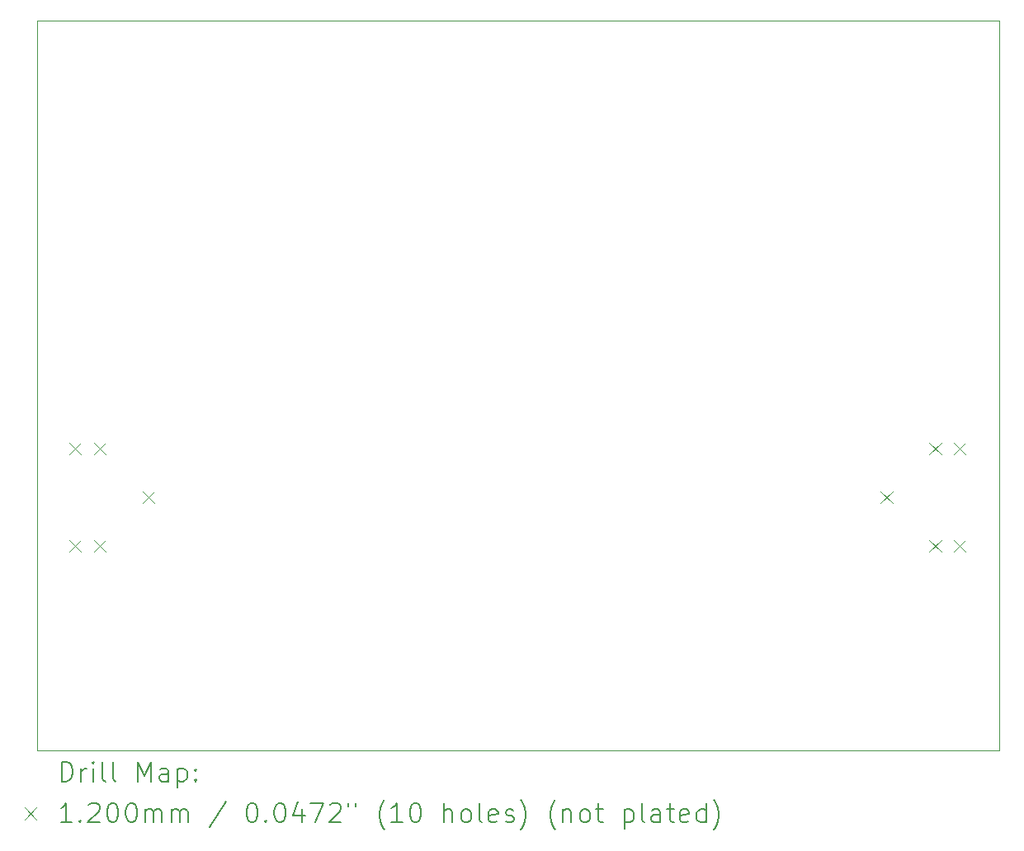
<source format=gbr>
%TF.GenerationSoftware,KiCad,Pcbnew,(6.0.7)*%
%TF.CreationDate,2022-07-31T23:49:35-04:00*%
%TF.ProjectId,VUmeter,56556d65-7465-4722-9e6b-696361645f70,rev?*%
%TF.SameCoordinates,Original*%
%TF.FileFunction,Drillmap*%
%TF.FilePolarity,Positive*%
%FSLAX45Y45*%
G04 Gerber Fmt 4.5, Leading zero omitted, Abs format (unit mm)*
G04 Created by KiCad (PCBNEW (6.0.7)) date 2022-07-31 23:49:35*
%MOMM*%
%LPD*%
G01*
G04 APERTURE LIST*
%ADD10C,0.100000*%
%ADD11C,0.200000*%
%ADD12C,0.120000*%
G04 APERTURE END LIST*
D10*
X22656700Y-15800000D02*
X12783700Y-15800000D01*
X12783700Y-15800000D02*
X12783700Y-8300000D01*
X12783700Y-8300000D02*
X22656700Y-8300000D01*
X22656700Y-8300000D02*
X22656700Y-15800000D01*
D11*
D12*
X13115000Y-12640000D02*
X13235000Y-12760000D01*
X13235000Y-12640000D02*
X13115000Y-12760000D01*
X13115000Y-13640000D02*
X13235000Y-13760000D01*
X13235000Y-13640000D02*
X13115000Y-13760000D01*
X13365000Y-12640000D02*
X13485000Y-12760000D01*
X13485000Y-12640000D02*
X13365000Y-12760000D01*
X13365000Y-13640000D02*
X13485000Y-13760000D01*
X13485000Y-13640000D02*
X13365000Y-13760000D01*
X13865000Y-13140000D02*
X13985000Y-13260000D01*
X13985000Y-13140000D02*
X13865000Y-13260000D01*
X21440000Y-13140000D02*
X21560000Y-13260000D01*
X21560000Y-13140000D02*
X21440000Y-13260000D01*
X21940000Y-12640000D02*
X22060000Y-12760000D01*
X22060000Y-12640000D02*
X21940000Y-12760000D01*
X21940000Y-13640000D02*
X22060000Y-13760000D01*
X22060000Y-13640000D02*
X21940000Y-13760000D01*
X22190000Y-12640000D02*
X22310000Y-12760000D01*
X22310000Y-12640000D02*
X22190000Y-12760000D01*
X22190000Y-13640000D02*
X22310000Y-13760000D01*
X22310000Y-13640000D02*
X22190000Y-13760000D01*
D11*
X13036319Y-16115476D02*
X13036319Y-15915476D01*
X13083938Y-15915476D01*
X13112509Y-15925000D01*
X13131557Y-15944048D01*
X13141081Y-15963095D01*
X13150605Y-16001190D01*
X13150605Y-16029762D01*
X13141081Y-16067857D01*
X13131557Y-16086905D01*
X13112509Y-16105952D01*
X13083938Y-16115476D01*
X13036319Y-16115476D01*
X13236319Y-16115476D02*
X13236319Y-15982143D01*
X13236319Y-16020238D02*
X13245843Y-16001190D01*
X13255367Y-15991667D01*
X13274414Y-15982143D01*
X13293462Y-15982143D01*
X13360128Y-16115476D02*
X13360128Y-15982143D01*
X13360128Y-15915476D02*
X13350605Y-15925000D01*
X13360128Y-15934524D01*
X13369652Y-15925000D01*
X13360128Y-15915476D01*
X13360128Y-15934524D01*
X13483938Y-16115476D02*
X13464890Y-16105952D01*
X13455367Y-16086905D01*
X13455367Y-15915476D01*
X13588700Y-16115476D02*
X13569652Y-16105952D01*
X13560128Y-16086905D01*
X13560128Y-15915476D01*
X13817271Y-16115476D02*
X13817271Y-15915476D01*
X13883938Y-16058333D01*
X13950605Y-15915476D01*
X13950605Y-16115476D01*
X14131557Y-16115476D02*
X14131557Y-16010714D01*
X14122033Y-15991667D01*
X14102986Y-15982143D01*
X14064890Y-15982143D01*
X14045843Y-15991667D01*
X14131557Y-16105952D02*
X14112509Y-16115476D01*
X14064890Y-16115476D01*
X14045843Y-16105952D01*
X14036319Y-16086905D01*
X14036319Y-16067857D01*
X14045843Y-16048809D01*
X14064890Y-16039286D01*
X14112509Y-16039286D01*
X14131557Y-16029762D01*
X14226795Y-15982143D02*
X14226795Y-16182143D01*
X14226795Y-15991667D02*
X14245843Y-15982143D01*
X14283938Y-15982143D01*
X14302986Y-15991667D01*
X14312509Y-16001190D01*
X14322033Y-16020238D01*
X14322033Y-16077381D01*
X14312509Y-16096428D01*
X14302986Y-16105952D01*
X14283938Y-16115476D01*
X14245843Y-16115476D01*
X14226795Y-16105952D01*
X14407748Y-16096428D02*
X14417271Y-16105952D01*
X14407748Y-16115476D01*
X14398224Y-16105952D01*
X14407748Y-16096428D01*
X14407748Y-16115476D01*
X14407748Y-15991667D02*
X14417271Y-16001190D01*
X14407748Y-16010714D01*
X14398224Y-16001190D01*
X14407748Y-15991667D01*
X14407748Y-16010714D01*
D12*
X12658700Y-16385000D02*
X12778700Y-16505000D01*
X12778700Y-16385000D02*
X12658700Y-16505000D01*
D11*
X13141081Y-16535476D02*
X13026795Y-16535476D01*
X13083938Y-16535476D02*
X13083938Y-16335476D01*
X13064890Y-16364048D01*
X13045843Y-16383095D01*
X13026795Y-16392619D01*
X13226795Y-16516428D02*
X13236319Y-16525952D01*
X13226795Y-16535476D01*
X13217271Y-16525952D01*
X13226795Y-16516428D01*
X13226795Y-16535476D01*
X13312509Y-16354524D02*
X13322033Y-16345000D01*
X13341081Y-16335476D01*
X13388700Y-16335476D01*
X13407748Y-16345000D01*
X13417271Y-16354524D01*
X13426795Y-16373571D01*
X13426795Y-16392619D01*
X13417271Y-16421190D01*
X13302986Y-16535476D01*
X13426795Y-16535476D01*
X13550605Y-16335476D02*
X13569652Y-16335476D01*
X13588700Y-16345000D01*
X13598224Y-16354524D01*
X13607748Y-16373571D01*
X13617271Y-16411667D01*
X13617271Y-16459286D01*
X13607748Y-16497381D01*
X13598224Y-16516428D01*
X13588700Y-16525952D01*
X13569652Y-16535476D01*
X13550605Y-16535476D01*
X13531557Y-16525952D01*
X13522033Y-16516428D01*
X13512509Y-16497381D01*
X13502986Y-16459286D01*
X13502986Y-16411667D01*
X13512509Y-16373571D01*
X13522033Y-16354524D01*
X13531557Y-16345000D01*
X13550605Y-16335476D01*
X13741081Y-16335476D02*
X13760128Y-16335476D01*
X13779176Y-16345000D01*
X13788700Y-16354524D01*
X13798224Y-16373571D01*
X13807748Y-16411667D01*
X13807748Y-16459286D01*
X13798224Y-16497381D01*
X13788700Y-16516428D01*
X13779176Y-16525952D01*
X13760128Y-16535476D01*
X13741081Y-16535476D01*
X13722033Y-16525952D01*
X13712509Y-16516428D01*
X13702986Y-16497381D01*
X13693462Y-16459286D01*
X13693462Y-16411667D01*
X13702986Y-16373571D01*
X13712509Y-16354524D01*
X13722033Y-16345000D01*
X13741081Y-16335476D01*
X13893462Y-16535476D02*
X13893462Y-16402143D01*
X13893462Y-16421190D02*
X13902986Y-16411667D01*
X13922033Y-16402143D01*
X13950605Y-16402143D01*
X13969652Y-16411667D01*
X13979176Y-16430714D01*
X13979176Y-16535476D01*
X13979176Y-16430714D02*
X13988700Y-16411667D01*
X14007748Y-16402143D01*
X14036319Y-16402143D01*
X14055367Y-16411667D01*
X14064890Y-16430714D01*
X14064890Y-16535476D01*
X14160128Y-16535476D02*
X14160128Y-16402143D01*
X14160128Y-16421190D02*
X14169652Y-16411667D01*
X14188700Y-16402143D01*
X14217271Y-16402143D01*
X14236319Y-16411667D01*
X14245843Y-16430714D01*
X14245843Y-16535476D01*
X14245843Y-16430714D02*
X14255367Y-16411667D01*
X14274414Y-16402143D01*
X14302986Y-16402143D01*
X14322033Y-16411667D01*
X14331557Y-16430714D01*
X14331557Y-16535476D01*
X14722033Y-16325952D02*
X14550605Y-16583095D01*
X14979176Y-16335476D02*
X14998224Y-16335476D01*
X15017271Y-16345000D01*
X15026795Y-16354524D01*
X15036319Y-16373571D01*
X15045843Y-16411667D01*
X15045843Y-16459286D01*
X15036319Y-16497381D01*
X15026795Y-16516428D01*
X15017271Y-16525952D01*
X14998224Y-16535476D01*
X14979176Y-16535476D01*
X14960128Y-16525952D01*
X14950605Y-16516428D01*
X14941081Y-16497381D01*
X14931557Y-16459286D01*
X14931557Y-16411667D01*
X14941081Y-16373571D01*
X14950605Y-16354524D01*
X14960128Y-16345000D01*
X14979176Y-16335476D01*
X15131557Y-16516428D02*
X15141081Y-16525952D01*
X15131557Y-16535476D01*
X15122033Y-16525952D01*
X15131557Y-16516428D01*
X15131557Y-16535476D01*
X15264890Y-16335476D02*
X15283938Y-16335476D01*
X15302986Y-16345000D01*
X15312509Y-16354524D01*
X15322033Y-16373571D01*
X15331557Y-16411667D01*
X15331557Y-16459286D01*
X15322033Y-16497381D01*
X15312509Y-16516428D01*
X15302986Y-16525952D01*
X15283938Y-16535476D01*
X15264890Y-16535476D01*
X15245843Y-16525952D01*
X15236319Y-16516428D01*
X15226795Y-16497381D01*
X15217271Y-16459286D01*
X15217271Y-16411667D01*
X15226795Y-16373571D01*
X15236319Y-16354524D01*
X15245843Y-16345000D01*
X15264890Y-16335476D01*
X15502986Y-16402143D02*
X15502986Y-16535476D01*
X15455367Y-16325952D02*
X15407748Y-16468809D01*
X15531557Y-16468809D01*
X15588700Y-16335476D02*
X15722033Y-16335476D01*
X15636319Y-16535476D01*
X15788700Y-16354524D02*
X15798224Y-16345000D01*
X15817271Y-16335476D01*
X15864890Y-16335476D01*
X15883938Y-16345000D01*
X15893462Y-16354524D01*
X15902986Y-16373571D01*
X15902986Y-16392619D01*
X15893462Y-16421190D01*
X15779176Y-16535476D01*
X15902986Y-16535476D01*
X15979176Y-16335476D02*
X15979176Y-16373571D01*
X16055367Y-16335476D02*
X16055367Y-16373571D01*
X16350605Y-16611667D02*
X16341081Y-16602143D01*
X16322033Y-16573571D01*
X16312509Y-16554524D01*
X16302986Y-16525952D01*
X16293462Y-16478333D01*
X16293462Y-16440238D01*
X16302986Y-16392619D01*
X16312509Y-16364048D01*
X16322033Y-16345000D01*
X16341081Y-16316428D01*
X16350605Y-16306905D01*
X16531557Y-16535476D02*
X16417271Y-16535476D01*
X16474414Y-16535476D02*
X16474414Y-16335476D01*
X16455367Y-16364048D01*
X16436319Y-16383095D01*
X16417271Y-16392619D01*
X16655367Y-16335476D02*
X16674414Y-16335476D01*
X16693462Y-16345000D01*
X16702986Y-16354524D01*
X16712509Y-16373571D01*
X16722033Y-16411667D01*
X16722033Y-16459286D01*
X16712509Y-16497381D01*
X16702986Y-16516428D01*
X16693462Y-16525952D01*
X16674414Y-16535476D01*
X16655367Y-16535476D01*
X16636319Y-16525952D01*
X16626795Y-16516428D01*
X16617271Y-16497381D01*
X16607748Y-16459286D01*
X16607748Y-16411667D01*
X16617271Y-16373571D01*
X16626795Y-16354524D01*
X16636319Y-16345000D01*
X16655367Y-16335476D01*
X16960129Y-16535476D02*
X16960129Y-16335476D01*
X17045843Y-16535476D02*
X17045843Y-16430714D01*
X17036319Y-16411667D01*
X17017271Y-16402143D01*
X16988700Y-16402143D01*
X16969652Y-16411667D01*
X16960129Y-16421190D01*
X17169652Y-16535476D02*
X17150605Y-16525952D01*
X17141081Y-16516428D01*
X17131557Y-16497381D01*
X17131557Y-16440238D01*
X17141081Y-16421190D01*
X17150605Y-16411667D01*
X17169652Y-16402143D01*
X17198224Y-16402143D01*
X17217271Y-16411667D01*
X17226795Y-16421190D01*
X17236319Y-16440238D01*
X17236319Y-16497381D01*
X17226795Y-16516428D01*
X17217271Y-16525952D01*
X17198224Y-16535476D01*
X17169652Y-16535476D01*
X17350605Y-16535476D02*
X17331557Y-16525952D01*
X17322033Y-16506905D01*
X17322033Y-16335476D01*
X17502986Y-16525952D02*
X17483938Y-16535476D01*
X17445843Y-16535476D01*
X17426795Y-16525952D01*
X17417271Y-16506905D01*
X17417271Y-16430714D01*
X17426795Y-16411667D01*
X17445843Y-16402143D01*
X17483938Y-16402143D01*
X17502986Y-16411667D01*
X17512510Y-16430714D01*
X17512510Y-16449762D01*
X17417271Y-16468809D01*
X17588700Y-16525952D02*
X17607748Y-16535476D01*
X17645843Y-16535476D01*
X17664890Y-16525952D01*
X17674414Y-16506905D01*
X17674414Y-16497381D01*
X17664890Y-16478333D01*
X17645843Y-16468809D01*
X17617271Y-16468809D01*
X17598224Y-16459286D01*
X17588700Y-16440238D01*
X17588700Y-16430714D01*
X17598224Y-16411667D01*
X17617271Y-16402143D01*
X17645843Y-16402143D01*
X17664890Y-16411667D01*
X17741081Y-16611667D02*
X17750605Y-16602143D01*
X17769652Y-16573571D01*
X17779176Y-16554524D01*
X17788700Y-16525952D01*
X17798224Y-16478333D01*
X17798224Y-16440238D01*
X17788700Y-16392619D01*
X17779176Y-16364048D01*
X17769652Y-16345000D01*
X17750605Y-16316428D01*
X17741081Y-16306905D01*
X18102986Y-16611667D02*
X18093462Y-16602143D01*
X18074414Y-16573571D01*
X18064890Y-16554524D01*
X18055367Y-16525952D01*
X18045843Y-16478333D01*
X18045843Y-16440238D01*
X18055367Y-16392619D01*
X18064890Y-16364048D01*
X18074414Y-16345000D01*
X18093462Y-16316428D01*
X18102986Y-16306905D01*
X18179176Y-16402143D02*
X18179176Y-16535476D01*
X18179176Y-16421190D02*
X18188700Y-16411667D01*
X18207748Y-16402143D01*
X18236319Y-16402143D01*
X18255367Y-16411667D01*
X18264890Y-16430714D01*
X18264890Y-16535476D01*
X18388700Y-16535476D02*
X18369652Y-16525952D01*
X18360129Y-16516428D01*
X18350605Y-16497381D01*
X18350605Y-16440238D01*
X18360129Y-16421190D01*
X18369652Y-16411667D01*
X18388700Y-16402143D01*
X18417271Y-16402143D01*
X18436319Y-16411667D01*
X18445843Y-16421190D01*
X18455367Y-16440238D01*
X18455367Y-16497381D01*
X18445843Y-16516428D01*
X18436319Y-16525952D01*
X18417271Y-16535476D01*
X18388700Y-16535476D01*
X18512510Y-16402143D02*
X18588700Y-16402143D01*
X18541081Y-16335476D02*
X18541081Y-16506905D01*
X18550605Y-16525952D01*
X18569652Y-16535476D01*
X18588700Y-16535476D01*
X18807748Y-16402143D02*
X18807748Y-16602143D01*
X18807748Y-16411667D02*
X18826795Y-16402143D01*
X18864890Y-16402143D01*
X18883938Y-16411667D01*
X18893462Y-16421190D01*
X18902986Y-16440238D01*
X18902986Y-16497381D01*
X18893462Y-16516428D01*
X18883938Y-16525952D01*
X18864890Y-16535476D01*
X18826795Y-16535476D01*
X18807748Y-16525952D01*
X19017271Y-16535476D02*
X18998224Y-16525952D01*
X18988700Y-16506905D01*
X18988700Y-16335476D01*
X19179176Y-16535476D02*
X19179176Y-16430714D01*
X19169652Y-16411667D01*
X19150605Y-16402143D01*
X19112510Y-16402143D01*
X19093462Y-16411667D01*
X19179176Y-16525952D02*
X19160129Y-16535476D01*
X19112510Y-16535476D01*
X19093462Y-16525952D01*
X19083938Y-16506905D01*
X19083938Y-16487857D01*
X19093462Y-16468809D01*
X19112510Y-16459286D01*
X19160129Y-16459286D01*
X19179176Y-16449762D01*
X19245843Y-16402143D02*
X19322033Y-16402143D01*
X19274414Y-16335476D02*
X19274414Y-16506905D01*
X19283938Y-16525952D01*
X19302986Y-16535476D01*
X19322033Y-16535476D01*
X19464890Y-16525952D02*
X19445843Y-16535476D01*
X19407748Y-16535476D01*
X19388700Y-16525952D01*
X19379176Y-16506905D01*
X19379176Y-16430714D01*
X19388700Y-16411667D01*
X19407748Y-16402143D01*
X19445843Y-16402143D01*
X19464890Y-16411667D01*
X19474414Y-16430714D01*
X19474414Y-16449762D01*
X19379176Y-16468809D01*
X19645843Y-16535476D02*
X19645843Y-16335476D01*
X19645843Y-16525952D02*
X19626795Y-16535476D01*
X19588700Y-16535476D01*
X19569652Y-16525952D01*
X19560129Y-16516428D01*
X19550605Y-16497381D01*
X19550605Y-16440238D01*
X19560129Y-16421190D01*
X19569652Y-16411667D01*
X19588700Y-16402143D01*
X19626795Y-16402143D01*
X19645843Y-16411667D01*
X19722033Y-16611667D02*
X19731557Y-16602143D01*
X19750605Y-16573571D01*
X19760129Y-16554524D01*
X19769652Y-16525952D01*
X19779176Y-16478333D01*
X19779176Y-16440238D01*
X19769652Y-16392619D01*
X19760129Y-16364048D01*
X19750605Y-16345000D01*
X19731557Y-16316428D01*
X19722033Y-16306905D01*
M02*

</source>
